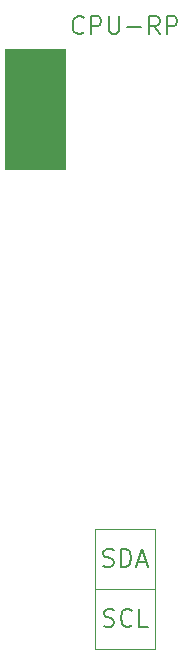
<source format=gbr>
%TF.GenerationSoftware,KiCad,Pcbnew,8.0.4-8.0.4-0~ubuntu22.04.1*%
%TF.CreationDate,2024-08-10T20:30:17+03:00*%
%TF.ProjectId,PM-CPU-RP-front,504d2d43-5055-42d5-9250-2d66726f6e74,rev?*%
%TF.SameCoordinates,Original*%
%TF.FileFunction,Legend,Top*%
%TF.FilePolarity,Positive*%
%FSLAX46Y46*%
G04 Gerber Fmt 4.6, Leading zero omitted, Abs format (unit mm)*
G04 Created by KiCad (PCBNEW 8.0.4-8.0.4-0~ubuntu22.04.1) date 2024-08-10 20:30:17*
%MOMM*%
%LPD*%
G01*
G04 APERTURE LIST*
%ADD10C,0.200000*%
%ADD11C,0.100000*%
%ADD12R,1.700000X1.700000*%
%ADD13O,1.700000X1.700000*%
G04 APERTURE END LIST*
D10*
X69334286Y-103482100D02*
X69548572Y-103553528D01*
X69548572Y-103553528D02*
X69905714Y-103553528D01*
X69905714Y-103553528D02*
X70048572Y-103482100D01*
X70048572Y-103482100D02*
X70120000Y-103410671D01*
X70120000Y-103410671D02*
X70191429Y-103267814D01*
X70191429Y-103267814D02*
X70191429Y-103124957D01*
X70191429Y-103124957D02*
X70120000Y-102982100D01*
X70120000Y-102982100D02*
X70048572Y-102910671D01*
X70048572Y-102910671D02*
X69905714Y-102839242D01*
X69905714Y-102839242D02*
X69620000Y-102767814D01*
X69620000Y-102767814D02*
X69477143Y-102696385D01*
X69477143Y-102696385D02*
X69405714Y-102624957D01*
X69405714Y-102624957D02*
X69334286Y-102482100D01*
X69334286Y-102482100D02*
X69334286Y-102339242D01*
X69334286Y-102339242D02*
X69405714Y-102196385D01*
X69405714Y-102196385D02*
X69477143Y-102124957D01*
X69477143Y-102124957D02*
X69620000Y-102053528D01*
X69620000Y-102053528D02*
X69977143Y-102053528D01*
X69977143Y-102053528D02*
X70191429Y-102124957D01*
X71691428Y-103410671D02*
X71620000Y-103482100D01*
X71620000Y-103482100D02*
X71405714Y-103553528D01*
X71405714Y-103553528D02*
X71262857Y-103553528D01*
X71262857Y-103553528D02*
X71048571Y-103482100D01*
X71048571Y-103482100D02*
X70905714Y-103339242D01*
X70905714Y-103339242D02*
X70834285Y-103196385D01*
X70834285Y-103196385D02*
X70762857Y-102910671D01*
X70762857Y-102910671D02*
X70762857Y-102696385D01*
X70762857Y-102696385D02*
X70834285Y-102410671D01*
X70834285Y-102410671D02*
X70905714Y-102267814D01*
X70905714Y-102267814D02*
X71048571Y-102124957D01*
X71048571Y-102124957D02*
X71262857Y-102053528D01*
X71262857Y-102053528D02*
X71405714Y-102053528D01*
X71405714Y-102053528D02*
X71620000Y-102124957D01*
X71620000Y-102124957D02*
X71691428Y-102196385D01*
X73048571Y-103553528D02*
X72334285Y-103553528D01*
X72334285Y-103553528D02*
X72334285Y-102053528D01*
D11*
X68580000Y-100330000D02*
X73660000Y-100330000D01*
X73660000Y-105410000D01*
X68580000Y-105410000D01*
X68580000Y-100330000D01*
X68580000Y-95250000D02*
X73660000Y-95250000D01*
X73660000Y-100330000D01*
X68580000Y-100330000D01*
X68580000Y-95250000D01*
X60960000Y-54610000D02*
X66040000Y-54610000D01*
X66040000Y-64770000D01*
X60960000Y-64770000D01*
X60960000Y-54610000D01*
G36*
X60960000Y-54610000D02*
G01*
X66040000Y-54610000D01*
X66040000Y-64770000D01*
X60960000Y-64770000D01*
X60960000Y-54610000D01*
G37*
D10*
X67619999Y-53245671D02*
X67548571Y-53317100D01*
X67548571Y-53317100D02*
X67334285Y-53388528D01*
X67334285Y-53388528D02*
X67191428Y-53388528D01*
X67191428Y-53388528D02*
X66977142Y-53317100D01*
X66977142Y-53317100D02*
X66834285Y-53174242D01*
X66834285Y-53174242D02*
X66762856Y-53031385D01*
X66762856Y-53031385D02*
X66691428Y-52745671D01*
X66691428Y-52745671D02*
X66691428Y-52531385D01*
X66691428Y-52531385D02*
X66762856Y-52245671D01*
X66762856Y-52245671D02*
X66834285Y-52102814D01*
X66834285Y-52102814D02*
X66977142Y-51959957D01*
X66977142Y-51959957D02*
X67191428Y-51888528D01*
X67191428Y-51888528D02*
X67334285Y-51888528D01*
X67334285Y-51888528D02*
X67548571Y-51959957D01*
X67548571Y-51959957D02*
X67619999Y-52031385D01*
X68262856Y-53388528D02*
X68262856Y-51888528D01*
X68262856Y-51888528D02*
X68834285Y-51888528D01*
X68834285Y-51888528D02*
X68977142Y-51959957D01*
X68977142Y-51959957D02*
X69048571Y-52031385D01*
X69048571Y-52031385D02*
X69119999Y-52174242D01*
X69119999Y-52174242D02*
X69119999Y-52388528D01*
X69119999Y-52388528D02*
X69048571Y-52531385D01*
X69048571Y-52531385D02*
X68977142Y-52602814D01*
X68977142Y-52602814D02*
X68834285Y-52674242D01*
X68834285Y-52674242D02*
X68262856Y-52674242D01*
X69762856Y-51888528D02*
X69762856Y-53102814D01*
X69762856Y-53102814D02*
X69834285Y-53245671D01*
X69834285Y-53245671D02*
X69905714Y-53317100D01*
X69905714Y-53317100D02*
X70048571Y-53388528D01*
X70048571Y-53388528D02*
X70334285Y-53388528D01*
X70334285Y-53388528D02*
X70477142Y-53317100D01*
X70477142Y-53317100D02*
X70548571Y-53245671D01*
X70548571Y-53245671D02*
X70619999Y-53102814D01*
X70619999Y-53102814D02*
X70619999Y-51888528D01*
X71334285Y-52817100D02*
X72477143Y-52817100D01*
X74048571Y-53388528D02*
X73548571Y-52674242D01*
X73191428Y-53388528D02*
X73191428Y-51888528D01*
X73191428Y-51888528D02*
X73762857Y-51888528D01*
X73762857Y-51888528D02*
X73905714Y-51959957D01*
X73905714Y-51959957D02*
X73977143Y-52031385D01*
X73977143Y-52031385D02*
X74048571Y-52174242D01*
X74048571Y-52174242D02*
X74048571Y-52388528D01*
X74048571Y-52388528D02*
X73977143Y-52531385D01*
X73977143Y-52531385D02*
X73905714Y-52602814D01*
X73905714Y-52602814D02*
X73762857Y-52674242D01*
X73762857Y-52674242D02*
X73191428Y-52674242D01*
X74691428Y-53388528D02*
X74691428Y-51888528D01*
X74691428Y-51888528D02*
X75262857Y-51888528D01*
X75262857Y-51888528D02*
X75405714Y-51959957D01*
X75405714Y-51959957D02*
X75477143Y-52031385D01*
X75477143Y-52031385D02*
X75548571Y-52174242D01*
X75548571Y-52174242D02*
X75548571Y-52388528D01*
X75548571Y-52388528D02*
X75477143Y-52531385D01*
X75477143Y-52531385D02*
X75405714Y-52602814D01*
X75405714Y-52602814D02*
X75262857Y-52674242D01*
X75262857Y-52674242D02*
X74691428Y-52674242D01*
X69298572Y-98402100D02*
X69512858Y-98473528D01*
X69512858Y-98473528D02*
X69870000Y-98473528D01*
X69870000Y-98473528D02*
X70012858Y-98402100D01*
X70012858Y-98402100D02*
X70084286Y-98330671D01*
X70084286Y-98330671D02*
X70155715Y-98187814D01*
X70155715Y-98187814D02*
X70155715Y-98044957D01*
X70155715Y-98044957D02*
X70084286Y-97902100D01*
X70084286Y-97902100D02*
X70012858Y-97830671D01*
X70012858Y-97830671D02*
X69870000Y-97759242D01*
X69870000Y-97759242D02*
X69584286Y-97687814D01*
X69584286Y-97687814D02*
X69441429Y-97616385D01*
X69441429Y-97616385D02*
X69370000Y-97544957D01*
X69370000Y-97544957D02*
X69298572Y-97402100D01*
X69298572Y-97402100D02*
X69298572Y-97259242D01*
X69298572Y-97259242D02*
X69370000Y-97116385D01*
X69370000Y-97116385D02*
X69441429Y-97044957D01*
X69441429Y-97044957D02*
X69584286Y-96973528D01*
X69584286Y-96973528D02*
X69941429Y-96973528D01*
X69941429Y-96973528D02*
X70155715Y-97044957D01*
X70798571Y-98473528D02*
X70798571Y-96973528D01*
X70798571Y-96973528D02*
X71155714Y-96973528D01*
X71155714Y-96973528D02*
X71370000Y-97044957D01*
X71370000Y-97044957D02*
X71512857Y-97187814D01*
X71512857Y-97187814D02*
X71584286Y-97330671D01*
X71584286Y-97330671D02*
X71655714Y-97616385D01*
X71655714Y-97616385D02*
X71655714Y-97830671D01*
X71655714Y-97830671D02*
X71584286Y-98116385D01*
X71584286Y-98116385D02*
X71512857Y-98259242D01*
X71512857Y-98259242D02*
X71370000Y-98402100D01*
X71370000Y-98402100D02*
X71155714Y-98473528D01*
X71155714Y-98473528D02*
X70798571Y-98473528D01*
X72227143Y-98044957D02*
X72941429Y-98044957D01*
X72084286Y-98473528D02*
X72584286Y-96973528D01*
X72584286Y-96973528D02*
X73084286Y-98473528D01*
%LPC*%
D12*
%TO.C,J1*%
X66040000Y-96520000D03*
D13*
X63500000Y-96520000D03*
X66040000Y-99060000D03*
X63500000Y-99060000D03*
X66040000Y-101600000D03*
X63500000Y-101600000D03*
X66040000Y-104140000D03*
X63500000Y-104140000D03*
%TD*%
%LPD*%
M02*

</source>
